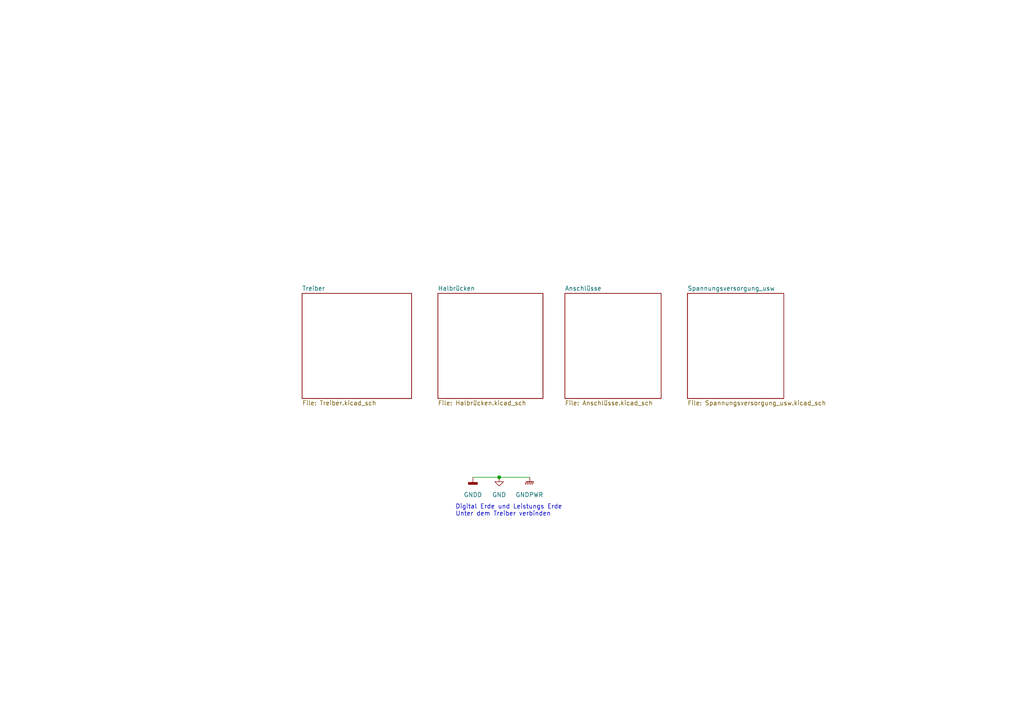
<source format=kicad_sch>
(kicad_sch (version 20230121) (generator eeschema)
  (paper "A4")
  (lib_symbols
    (symbol "power:GND" (power) (pin_names (offset 0))
      (property "Value" "GND" (at 0 -3.81 0))
      (symbol "GND_0_1"
        (polyline (pts (xy 0 0) (xy 0 -1.27) (xy 1.27 -1.27) (xy 0 -2.54) (xy -1.27 -1.27) (xy 0 -1.27)))
      )
      (symbol "GND_1_1"
        (pin power_in line (at 0 0 270) (length 0) hide (name "GND") (number "1"))
      )
    )
    (symbol "power:GNDD" (power) (pin_names (offset 0))
      (property "Value" "GNDD" (at 0 -3.175 0))
      (symbol "GNDD_0_1"
        (rectangle (start -1.27 -1.524) (end 1.27 -2.032) (stroke (width 0.254)) (fill (type outline)))
        (polyline (pts (xy 0 0) (xy 0 -1.524)))
      )
      (symbol "GNDD_1_1"
        (pin power_in line (at 0 0 270) (length 0) hide (name "GNDD") (number "1"))
      )
    )
    (symbol "power:GNDPWR" (power) (pin_names (offset 0))
      (property "Value" "GNDPWR" (at 0 -3.302 0))
      (symbol "GNDPWR_0_1"
        (polyline (pts (xy 0 -1.27) (xy 0 0)))
        (polyline (pts (xy -1.016 -1.27) (xy -1.27 -2.032) (xy -1.27 -2.032)) (stroke (width 0.2032)))
        (polyline (pts (xy -0.508 -1.27) (xy -0.762 -2.032) (xy -0.762 -2.032)) (stroke (width 0.2032)))
        (polyline (pts (xy 0 -1.27) (xy -0.254 -2.032) (xy -0.254 -2.032)) (stroke (width 0.2032)))
        (polyline (pts (xy 0.508 -1.27) (xy 0.254 -2.032) (xy 0.254 -2.032)) (stroke (width 0.2032)))
        (polyline (pts (xy 1.016 -1.27) (xy -1.016 -1.27) (xy -1.016 -1.27)) (stroke (width 0.2032)))
        (polyline (pts (xy 1.016 -1.27) (xy 0.762 -2.032) (xy 0.762 -2.032) (xy 0.762 -2.032)) (stroke (width 0.2032)))
      )
      (symbol "GNDPWR_1_1"
        (pin power_in line (at 0 0 270) (length 0) hide (name "GNDPWR") (number "1"))
      )
    )
  )
  (junction (at 144.78 138.43))
  (wire (pts (xy 137.16 138.43) (xy 144.78 138.43)))
  (wire (pts (xy 144.78 138.43) (xy 153.67 138.43)))
  (text "Digital Erde und Leistungs Erde\nUnter dem Treiber verbinden" (at 132.08 149.86 0) (effects (font (size 1.27 1.27)) (justify left bottom)))
  (symbol (lib_id "power:GND") (at 144.78 138.43 0) (unit 1)
    (property "Reference" "#PWR038" (effects hide))
    (property "Value" "GND" (at 144.78 143.51 0))
  )
  (symbol (lib_id "power:GNDPWR") (at 153.67 138.43 0) (unit 1)
    (property "Reference" "#PWR010" (effects hide))
    (property "Value" "GNDPWR" (at 153.543 143.51 0))
  )
  (symbol (lib_id "power:GNDD") (at 137.16 138.43 0) (unit 1)
    (property "Reference" "#PWR06" (effects hide))
    (property "Value" "GNDD" (at 137.16 143.51 0))
  )
  (sheet (at 199.39 85.09) (size 27.94 30.48) (stroke (width 0.1524))
    (property "Sheetname" "Spannungsversorgung_usw" (at 199.39 84.3784 0) (effects (justify left bottom)))
    (property "Sheetfile" "Spannungsversorgung_usw.kicad_sch" (at 199.39 116.1546 0) (effects (justify left top)))
  )
  (sheet (at 87.63 85.09) (size 31.75 30.48) (stroke (width 0.1524))
    (property "Sheetname" "Treiber" (at 87.63 84.3784 0) (effects (justify left bottom)))
    (property "Sheetfile" "Treiber.kicad_sch" (at 87.63 116.1546 0) (effects (justify left top)))
  )
  (sheet (at 163.83 85.09) (size 27.94 30.48) (stroke (width 0.1524))
    (property "Sheetname" "Anschlüsse" (at 163.83 84.3784 0) (effects (justify left bottom)))
    (property "Sheetfile" "Anschlüsse.kicad_sch" (at 163.83 116.1546 0) (effects (justify left top)))
  )
  (sheet (at 127 85.09) (size 30.48 30.48) (stroke (width 0.1524))
    (property "Sheetname" "Halbrücken" (at 127 84.3784 0) (effects (justify left bottom)))
    (property "Sheetfile" "Halbrücken.kicad_sch" (at 127 116.1546 0) (effects (justify left top)))
  )
)
</source>
